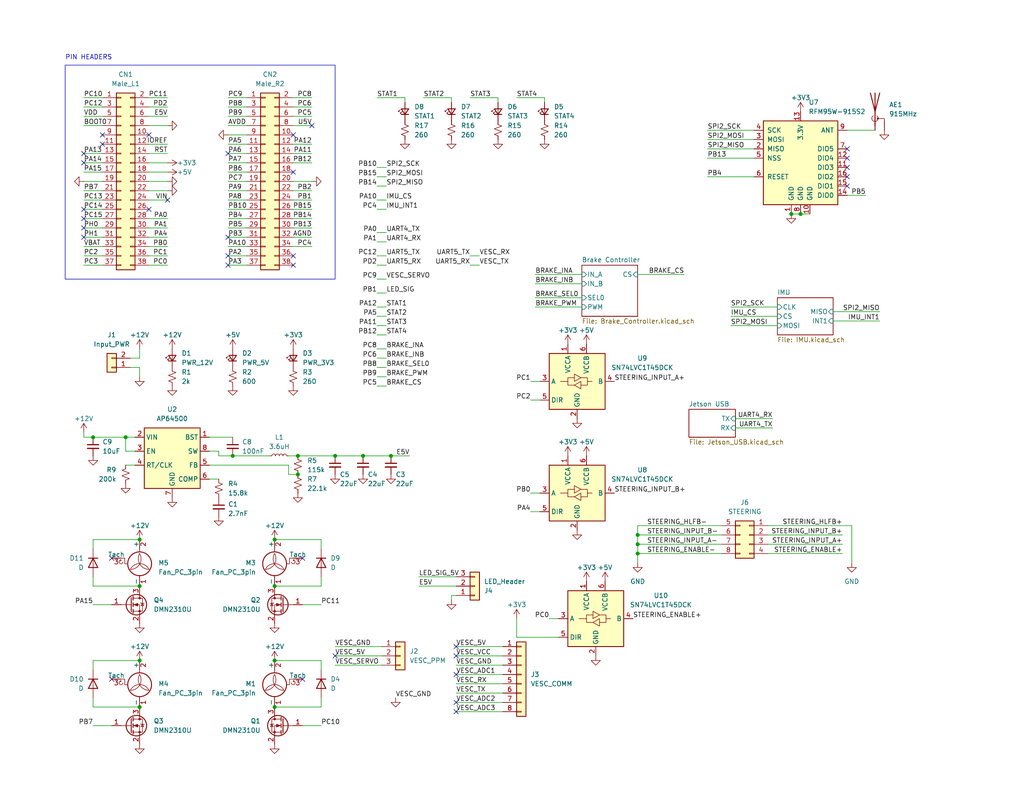
<source format=kicad_sch>
(kicad_sch (version 20231120) (generator "eeschema") (generator_version "8.0")
  (paper "USLetter")
  (title_block (title "AMP PCBv3") (date "2024-02-08") (rev "A") (company "Autonomous Motorsports Purdue"))
  (junction (at 38.1 193.04))
  (junction (at 25.4 119.38))
  (junction (at 74.93 147.32))
  (junction (at 218.44 58.42))
  (junction (at 215.9 58.42))
  (junction (at 63.5 124.46))
  (junction (at 38.1 147.32))
  (junction (at 74.93 160.02))
  (junction (at 106.68 124.46))
  (junction (at 38.1 180.34))
  (junction (at 173.99 148.59))
  (junction (at 34.29 119.38))
  (junction (at 99.06 124.46))
  (junction (at 173.99 146.05))
  (junction (at 173.99 151.13))
  (junction (at 81.28 129.54))
  (junction (at 38.1 160.02))
  (junction (at 81.28 124.46))
  (junction (at 74.93 193.04))
  (junction (at 91.44 124.46))
  (junction (at 74.93 180.34))
  (no_connect (at 27.94 36.83))
  (no_connect (at 231.14 48.26))
  (no_connect (at 80.01 69.85))
  (no_connect (at 231.14 40.64))
  (no_connect (at 22.86 44.45))
  (no_connect (at 22.86 41.91))
  (no_connect (at 82.55 185.42))
  (no_connect (at 124.46 179.07))
  (no_connect (at 22.86 57.15))
  (no_connect (at 62.23 41.91))
  (no_connect (at 91.44 179.07))
  (no_connect (at 27.94 39.37))
  (no_connect (at 22.86 62.23))
  (no_connect (at 231.14 50.8))
  (no_connect (at 62.23 69.85))
  (no_connect (at 124.46 191.77))
  (no_connect (at 85.09 34.29))
  (no_connect (at 62.23 64.77))
  (no_connect (at 124.46 184.15))
  (no_connect (at 62.23 72.39))
  (no_connect (at 22.86 59.69))
  (no_connect (at 124.46 176.53))
  (no_connect (at 45.72 54.61))
  (no_connect (at 231.14 43.18))
  (no_connect (at 22.86 64.77))
  (no_connect (at 40.64 36.83))
  (no_connect (at 30.48 152.4))
  (no_connect (at 80.01 36.83))
  (no_connect (at 80.01 72.39))
  (no_connect (at 231.14 45.72))
  (no_connect (at 40.64 57.15))
  (no_connect (at 30.48 185.42))
  (no_connect (at 82.55 152.4))
  (no_connect (at 124.46 194.31))
  (no_connect (at 80.01 46.99))
  (wire (pts (xy 173.99 148.59) (xy 173.99 146.05)))
  (wire (pts (xy 173.99 146.05) (xy 173.99 143.51)))
  (wire (pts (xy 40.64 69.85) (xy 45.72 69.85)))
  (wire (pts (xy 63.5 124.46) (xy 73.66 124.46)))
  (wire (pts (xy 102.87 50.8) (xy 105.41 50.8)))
  (wire (pts (xy 40.64 29.21) (xy 45.72 29.21)))
  (wire (pts (xy 80.01 31.75) (xy 85.09 31.75)))
  (wire (pts (xy 87.63 165.1) (xy 82.55 165.1)))
  (wire (pts (xy 148.59 26.67) (xy 148.59 27.94)))
  (wire (pts (xy 40.64 59.69) (xy 45.72 59.69)))
  (wire (pts (xy 102.87 80.01) (xy 105.41 80.01)))
  (wire (pts (xy 62.23 34.29) (xy 67.31 34.29)))
  (wire (pts (xy 22.86 29.21) (xy 27.94 29.21)))
  (wire (pts (xy 87.63 190.5) (xy 87.63 193.04)))
  (wire (pts (xy 22.86 54.61) (xy 27.94 54.61)))
  (wire (pts (xy 128.27 26.67) (xy 135.89 26.67)))
  (wire (pts (xy 62.23 46.99) (xy 67.31 46.99)))
  (wire (pts (xy 102.87 26.67) (xy 110.49 26.67)))
  (wire (pts (xy 40.64 52.07) (xy 45.72 52.07)))
  (wire (pts (xy 62.23 62.23) (xy 67.31 62.23)))
  (wire (pts (xy 102.87 72.39) (xy 105.41 72.39)))
  (wire (pts (xy 144.78 134.62) (xy 147.32 134.62)))
  (wire (pts (xy 102.87 69.85) (xy 105.41 69.85)))
  (wire (pts (xy 40.64 62.23) (xy 45.72 62.23)))
  (wire (pts (xy 193.04 35.56) (xy 205.74 35.56)))
  (wire (pts (xy 57.15 119.38) (xy 63.5 119.38)))
  (wire (pts (xy 91.44 176.53) (xy 104.14 176.53)))
  (wire (pts (xy 38.1 193.04) (xy 25.4 193.04)))
  (wire (pts (xy 144.78 139.7) (xy 147.32 139.7)))
  (wire (pts (xy 78.74 124.46) (xy 81.28 124.46)))
  (wire (pts (xy 91.44 179.07) (xy 104.14 179.07)))
  (wire (pts (xy 146.05 77.47) (xy 158.75 77.47)))
  (wire (pts (xy 59.69 124.46) (xy 63.5 124.46)))
  (wire (pts (xy 91.44 181.61) (xy 104.14 181.61)))
  (wire (pts (xy 22.86 62.23) (xy 27.94 62.23)))
  (wire (pts (xy 135.89 26.67) (xy 135.89 27.94)))
  (wire (pts (xy 62.23 64.77) (xy 67.31 64.77)))
  (wire (pts (xy 62.23 29.21) (xy 67.31 29.21)))
  (wire (pts (xy 25.4 119.38) (xy 34.29 119.38)))
  (wire (pts (xy 34.29 123.19) (xy 34.29 119.38)))
  (wire (pts (xy 38.1 180.34) (xy 25.4 180.34)))
  (wire (pts (xy 200.66 116.84) (xy 210.82 116.84)))
  (wire (pts (xy 34.29 119.38) (xy 36.83 119.38)))
  (wire (pts (xy 102.87 105.41) (xy 105.41 105.41)))
  (wire (pts (xy 115.57 26.67) (xy 123.19 26.67)))
  (wire (pts (xy 173.99 151.13) (xy 196.85 151.13)))
  (wire (pts (xy 102.87 91.44) (xy 105.41 91.44)))
  (wire (pts (xy 22.86 64.77) (xy 27.94 64.77)))
  (wire (pts (xy 124.46 184.15) (xy 137.16 184.15)))
  (wire (pts (xy 80.01 59.69) (xy 85.09 59.69)))
  (wire (pts (xy 40.64 72.39) (xy 45.72 72.39)))
  (wire (pts (xy 114.3 160.02) (xy 124.46 160.02)))
  (wire (pts (xy 80.01 52.07) (xy 85.09 52.07)))
  (wire (pts (xy 78.74 129.54) (xy 81.28 129.54)))
  (wire (pts (xy 22.86 59.69) (xy 27.94 59.69)))
  (wire (pts (xy 102.87 95.25) (xy 105.41 95.25)))
  (wire (pts (xy 74.93 180.34) (xy 87.63 180.34)))
  (wire (pts (xy 62.23 44.45) (xy 67.31 44.45)))
  (wire (pts (xy 22.86 119.38) (xy 25.4 119.38)))
  (wire (pts (xy 59.69 123.19) (xy 59.69 124.46)))
  (wire (pts (xy 62.23 69.85) (xy 67.31 69.85)))
  (wire (pts (xy 40.64 39.37) (xy 45.72 39.37)))
  (wire (pts (xy 38.1 160.02) (xy 25.4 160.02)))
  (wire (pts (xy 62.23 59.69) (xy 67.31 59.69)))
  (wire (pts (xy 74.93 160.02) (xy 87.63 160.02)))
  (wire (pts (xy 25.4 180.34) (xy 25.4 182.88)))
  (wire (pts (xy 152.4 173.99) (xy 140.97 173.99)))
  (wire (pts (xy 232.41 153.67) (xy 232.41 143.51)))
  (wire (pts (xy 200.66 114.3) (xy 210.82 114.3)))
  (wire (pts (xy 40.64 26.67) (xy 45.72 26.67)))
  (wire (pts (xy 144.78 109.22) (xy 147.32 109.22)))
  (wire (pts (xy 193.04 48.26) (xy 205.74 48.26)))
  (wire (pts (xy 40.64 41.91) (xy 45.72 41.91)))
  (wire (pts (xy 173.99 148.59) (xy 196.85 148.59)))
  (wire (pts (xy 62.23 52.07) (xy 67.31 52.07)))
  (wire (pts (xy 80.01 62.23) (xy 85.09 62.23)))
  (wire (pts (xy 38.1 147.32) (xy 25.4 147.32)))
  (wire (pts (xy 91.44 124.46) (xy 99.06 124.46)))
  (wire (pts (xy 80.01 29.21) (xy 85.09 29.21)))
  (wire (pts (xy 40.64 46.99) (xy 45.72 46.99)))
  (wire (pts (xy 102.87 45.72) (xy 105.41 45.72)))
  (wire (pts (xy 25.4 157.48) (xy 25.4 160.02)))
  (wire (pts (xy 106.68 124.46) (xy 111.76 124.46)))
  (wire (pts (xy 209.55 143.51) (xy 232.41 143.51)))
  (wire (pts (xy 173.99 146.05) (xy 196.85 146.05)))
  (wire (pts (xy 102.87 63.5) (xy 105.41 63.5)))
  (wire (pts (xy 87.63 157.48) (xy 87.63 160.02)))
  (wire (pts (xy 62.23 39.37) (xy 67.31 39.37)))
  (wire (pts (xy 173.99 74.93) (xy 186.69 74.93)))
  (wire (pts (xy 87.63 198.12) (xy 82.55 198.12)))
  (wire (pts (xy 146.05 83.82) (xy 158.75 83.82)))
  (wire (pts (xy 102.87 76.2) (xy 105.41 76.2)))
  (wire (pts (xy 102.87 66.04) (xy 105.41 66.04)))
  (wire (pts (xy 80.01 41.91) (xy 85.09 41.91)))
  (wire (pts (xy 173.99 151.13) (xy 173.99 148.59)))
  (wire (pts (xy 124.46 194.31) (xy 137.16 194.31)))
  (wire (pts (xy 40.64 64.77) (xy 45.72 64.77)))
  (wire (pts (xy 40.64 34.29) (xy 45.72 34.29)))
  (wire (pts (xy 40.64 49.53) (xy 45.72 49.53)))
  (wire (pts (xy 40.64 44.45) (xy 45.72 44.45)))
  (wire (pts (xy 124.46 179.07) (xy 137.16 179.07)))
  (wire (pts (xy 124.46 181.61) (xy 137.16 181.61)))
  (wire (pts (xy 102.87 86.36) (xy 105.41 86.36)))
  (wire (pts (xy 62.23 54.61) (xy 67.31 54.61)))
  (wire (pts (xy 80.01 34.29) (xy 85.09 34.29)))
  (wire (pts (xy 231.14 53.34) (xy 236.22 53.34)))
  (wire (pts (xy 38.1 95.25) (xy 38.1 97.79)))
  (wire (pts (xy 102.87 97.79) (xy 105.41 97.79)))
  (wire (pts (xy 62.23 49.53) (xy 67.31 49.53)))
  (wire (pts (xy 87.63 180.34) (xy 87.63 182.88)))
  (wire (pts (xy 149.86 168.91) (xy 152.4 168.91)))
  (wire (pts (xy 40.64 31.75) (xy 45.72 31.75)))
  (wire (pts (xy 110.49 26.67) (xy 110.49 27.94)))
  (wire (pts (xy 22.86 41.91) (xy 27.94 41.91)))
  (wire (pts (xy 22.86 49.53) (xy 27.94 49.53)))
  (wire (pts (xy 102.87 88.9) (xy 105.41 88.9)))
  (wire (pts (xy 227.33 87.63) (xy 240.03 87.63)))
  (wire (pts (xy 38.1 97.79) (xy 35.56 97.79)))
  (wire (pts (xy 173.99 153.67) (xy 173.99 151.13)))
  (wire (pts (xy 114.3 157.48) (xy 124.46 157.48)))
  (wire (pts (xy 102.87 54.61) (xy 105.41 54.61)))
  (wire (pts (xy 25.4 198.12) (xy 30.48 198.12)))
  (wire (pts (xy 22.86 26.67) (xy 27.94 26.67)))
  (wire (pts (xy 80.01 49.53) (xy 85.09 49.53)))
  (wire (pts (xy 22.86 67.31) (xy 27.94 67.31)))
  (wire (pts (xy 81.28 124.46) (xy 91.44 124.46)))
  (wire (pts (xy 193.04 43.18) (xy 205.74 43.18)))
  (wire (pts (xy 22.86 57.15) (xy 27.94 57.15)))
  (wire (pts (xy 74.93 147.32) (xy 87.63 147.32)))
  (wire (pts (xy 80.01 39.37) (xy 85.09 39.37)))
  (wire (pts (xy 62.23 72.39) (xy 67.31 72.39)))
  (wire (pts (xy 22.86 52.07) (xy 27.94 52.07)))
  (wire (pts (xy 128.27 219.71) (xy 128.27 222.25)))
  (wire (pts (xy 62.23 36.83) (xy 67.31 36.83)))
  (wire (pts (xy 62.23 57.15) (xy 67.31 57.15)))
  (wire (pts (xy 62.23 67.31) (xy 67.31 67.31)))
  (wire (pts (xy 38.1 100.33) (xy 35.56 100.33)))
  (wire (pts (xy 80.01 67.31) (xy 85.09 67.31)))
  (wire (pts (xy 36.83 123.19) (xy 34.29 123.19)))
  (wire (pts (xy 22.86 34.29) (xy 27.94 34.29)))
  (wire (pts (xy 22.86 118.11) (xy 22.86 119.38)))
  (wire (pts (xy 22.86 72.39) (xy 27.94 72.39)))
  (wire (pts (xy 124.46 186.69) (xy 137.16 186.69)))
  (wire (pts (xy 209.55 151.13) (xy 229.87 151.13)))
  (wire (pts (xy 57.15 127) (xy 78.74 127)))
  (wire (pts (xy 22.86 44.45) (xy 27.94 44.45)))
  (wire (pts (xy 193.04 38.1) (xy 205.74 38.1)))
  (wire (pts (xy 123.19 163.83) (xy 123.19 162.56)))
  (wire (pts (xy 38.1 100.33) (xy 38.1 102.87)))
  (wire (pts (xy 231.14 35.56) (xy 238.76 35.56)))
  (wire (pts (xy 104.14 237.49) (xy 104.14 232.41)))
  (wire (pts (xy 80.01 57.15) (xy 85.09 57.15)))
  (wire (pts (xy 102.87 100.33) (xy 105.41 100.33)))
  (wire (pts (xy 124.46 191.77) (xy 137.16 191.77)))
  (wire (pts (xy 173.99 143.51) (xy 196.85 143.51)))
  (wire (pts (xy 227.33 85.09) (xy 240.03 85.09)))
  (wire (pts (xy 124.46 176.53) (xy 137.16 176.53)))
  (wire (pts (xy 78.74 127) (xy 78.74 129.54)))
  (wire (pts (xy 80.01 26.67) (xy 85.09 26.67)))
  (wire (pts (xy 62.23 41.91) (xy 67.31 41.91)))
  (wire (pts (xy 80.01 54.61) (xy 85.09 54.61)))
  (wire (pts (xy 209.55 146.05) (xy 229.87 146.05)))
  (wire (pts (xy 87.63 147.32) (xy 87.63 149.86)))
  (wire (pts (xy 115.57 237.49) (xy 104.14 237.49)))
  (wire (pts (xy 80.01 64.77) (xy 85.09 64.77)))
  (wire (pts (xy 218.44 58.42) (xy 220.98 58.42)))
  (wire (pts (xy 22.86 31.75) (xy 27.94 31.75)))
  (wire (pts (xy 62.23 31.75) (xy 67.31 31.75)))
  (wire (pts (xy 144.78 104.14) (xy 147.32 104.14)))
  (wire (pts (xy 199.39 86.36) (xy 212.09 86.36)))
  (wire (pts (xy 102.87 57.15) (xy 105.41 57.15)))
  (wire (pts (xy 140.97 26.67) (xy 148.59 26.67)))
  (wire (pts (xy 128.27 69.85) (xy 130.81 69.85)))
  (wire (pts (xy 199.39 83.82) (xy 212.09 83.82)))
  (wire (pts (xy 209.55 148.59) (xy 229.87 148.59)))
  (wire (pts (xy 74.93 193.04) (xy 87.63 193.04)))
  (wire (pts (xy 123.19 162.56) (xy 124.46 162.56)))
  (wire (pts (xy 123.19 26.67) (xy 123.19 27.94)))
  (wire (pts (xy 146.05 74.93) (xy 158.75 74.93)))
  (wire (pts (xy 25.4 165.1) (xy 30.48 165.1)))
  (wire (pts (xy 193.04 40.64) (xy 205.74 40.64)))
  (wire (pts (xy 22.86 69.85) (xy 27.94 69.85)))
  (wire (pts (xy 22.86 46.99) (xy 27.94 46.99)))
  (wire (pts (xy 40.64 67.31) (xy 45.72 67.31)))
  (wire (pts (xy 34.29 127) (xy 36.83 127)))
  (wire (pts (xy 102.87 83.82) (xy 105.41 83.82)))
  (wire (pts (xy 124.46 189.23) (xy 137.16 189.23)))
  (wire (pts (xy 102.87 102.87) (xy 105.41 102.87)))
  (wire (pts (xy 80.01 44.45) (xy 85.09 44.45)))
  (wire (pts (xy 62.23 26.67) (xy 67.31 26.67)))
  (wire (pts (xy 25.4 147.32) (xy 25.4 149.86)))
  (wire (pts (xy 25.4 190.5) (xy 25.4 193.04)))
  (wire (pts (xy 40.64 54.61) (xy 45.72 54.61)))
  (wire (pts (xy 57.15 123.19) (xy 59.69 123.19)))
  (wire (pts (xy 102.87 48.26) (xy 105.41 48.26)))
  (wire (pts (xy 199.39 88.9) (xy 212.09 88.9)))
  (wire (pts (xy 99.06 124.46) (xy 106.68 124.46)))
  (wire (pts (xy 113.03 232.41) (xy 115.57 232.41)))
  (wire (pts (xy 146.05 81.28) (xy 158.75 81.28)))
  (wire (pts (xy 57.15 130.81) (xy 59.69 130.81)))
  (wire (pts (xy 140.97 173.99) (xy 140.97 168.91)))
  (wire (pts (xy 215.9 58.42) (xy 218.44 58.42)))
  (wire (pts (xy 128.27 72.39) (xy 130.81 72.39)))
  (rectangle (start 17.78 17.78) (end 91.44 76.2))
  (text "PIN HEADERS" (at 17.78 16.51 0) (effects (font (size 1.27 1.27)) (justify left bottom)))
  (label "PB9" (at 62.23 31.75 0))
  (label "PA0" (at 102.87 63.5 180))
  (label "STAT3" (at 128.27 26.67 0))
  (label "PC5" (at 85.09 31.75 180))
  (label "BRAKE_INB" (at 146.05 77.47 0))
  (label "LED_SIG" (at 105.41 80.01 0))
  (label "BRAKE_CS" (at 186.69 74.93 180))
  (label "AVDD" (at 62.23 34.29 0))
  (label "PC9" (at 62.23 26.67 0))
  (label "STEERING_INPUT_B-" (at 176.53 146.05 0))
  (label "PH1" (at 22.86 64.77 0))
  (label "PB14" (at 102.87 50.8 180))
  (label "RST" (at 45.72 41.91 180))
  (label "STEERING_INPUT_A+" (at 229.87 148.59 180))
  (label "PB0" (at 144.78 134.62 180))
  (label "BRAKE_SEL0" (at 146.05 81.28 0))
  (label "PA7" (at 62.23 44.45 0))
  (label "VESC_GND" (at 107.95 190.5 0))
  (label "BRAKE_INB" (at 105.41 97.79 0))
  (label "U5V" (at 85.09 34.29 180))
  (label "IMU_CS" (at 105.41 54.61 0))
  (label "PB4" (at 193.04 48.26 0))
  (label "VESC_ADC2" (at 124.46 191.77 0))
  (label "VESC_TX" (at 130.81 72.39 0))
  (label "PB9" (at 102.87 102.87 180))
  (label "PA14" (at 22.86 44.45 0))
  (label "BOOT0" (at 22.86 34.29 0))
  (label "PB13" (at 193.04 43.18 0))
  (label "SPI2_SCK" (at 193.04 35.56 0))
  (label "PC4" (at 102.87 57.15 180))
  (label "PC15" (at 22.86 59.69 0))
  (label "PC10" (at 87.63 198.12 0))
  (label "PB13" (at 85.09 62.23 180))
  (label "BRAKE_SEL0" (at 105.41 100.33 0))
  (label "E5V" (at 114.3 160.02 0))
  (label "UART4_TX" (at 210.82 116.84 180))
  (label "PA5" (at 62.23 39.37 0))
  (label "PA15" (at 25.4 165.1 180))
  (label "E5V" (at 111.76 124.46 180))
  (label "PC5" (at 102.87 105.41 180))
  (label "PA13" (at 22.86 41.91 0))
  (label "PA11" (at 85.09 41.91 180))
  (label "STEERING_ENABLE+" (at 172.72 168.91 0))
  (label "UART5_TX" (at 105.41 69.85 0))
  (label "BRAKE_CS" (at 105.41 105.41 0))
  (label "STAT3" (at 105.41 88.9 0))
  (label "PB10" (at 102.87 45.72 180))
  (label "PB0" (at 45.72 67.31 180))
  (label "PB5" (at 62.23 62.23 0))
  (label "PA1" (at 45.72 62.23 180))
  (label "STEERING_ENABLE-" (at 176.53 151.13 0))
  (label "PA0" (at 45.72 59.69 180))
  (label "STAT4" (at 140.97 26.67 0))
  (label "STAT1" (at 105.41 83.82 0))
  (label "STAT2" (at 115.57 26.67 0))
  (label "PC2" (at 22.86 69.85 0))
  (label "PC7" (at 62.23 49.53 0))
  (label "PB7" (at 25.4 198.12 180))
  (label "PB12" (at 102.87 91.44 180))
  (label "PA4" (at 45.72 64.77 180))
  (label "PB14" (at 85.09 59.69 180))
  (label "PB15" (at 85.09 57.15 180))
  (label "UART5_TX" (at 128.27 69.85 180))
  (label "PC13" (at 22.86 54.61 0))
  (label "SPI2_MISO" (at 240.03 85.09 180))
  (label "IMU_INT1" (at 240.03 87.63 180))
  (label "STEERING_INPUT_A+" (at 167.64 104.14 0))
  (label "PB8" (at 62.23 29.21 0))
  (label "PC1" (at 144.78 104.14 180))
  (label "PA10" (at 102.87 54.61 180))
  (label "PA11" (at 102.87 88.9 180))
  (label "STAT1" (at 102.87 26.67 0))
  (label "UART5_RX" (at 105.41 72.39 0))
  (label "PA12" (at 85.09 39.37 180))
  (label "AGND" (at 85.09 64.77 180))
  (label "STEERING_INPUT_B+" (at 229.87 146.05 180))
  (label "VESC_ADC3" (at 124.46 194.31 0))
  (label "PC8" (at 85.09 26.67 180))
  (label "STEERING_HLFB-" (at 176.53 143.51 0))
  (label "PC12" (at 102.87 69.85 180))
  (label "UART4_RX" (at 105.41 66.04 0))
  (label "VESC_SERVO" (at 91.44 181.61 0))
  (label "IOREF" (at 45.72 39.37 180))
  (label "LED_SIG" (at 113.03 232.41 180))
  (label "PA9" (at 62.23 52.07 0))
  (label "PA5" (at 102.87 86.36 180))
  (label "BRAKE_PWM" (at 105.41 102.87 0))
  (label "SPI2_SCK" (at 199.39 83.82 0))
  (label "VESC_5V" (at 124.46 176.53 0))
  (label "PA4" (at 144.78 139.7 180))
  (label "PB4" (at 62.23 59.69 0))
  (label "PC0" (at 45.72 72.39 180))
  (label "VESC_TX" (at 124.46 189.23 0))
  (label "VIN" (at 45.72 54.61 180))
  (label "PA10" (at 62.23 67.31 0))
  (label "PC2" (at 144.78 109.22 180))
  (label "PD2" (at 102.87 72.39 180))
  (label "STEERING_ENABLE+" (at 229.87 151.13 180))
  (label "PB6" (at 62.23 46.99 0))
  (label "VESC_5V" (at 91.44 179.07 0))
  (label "PB1" (at 85.09 54.61 180))
  (label "VDD" (at 22.86 31.75 0))
  (label "PC11" (at 87.63 165.1 0))
  (label "UART4_RX" (at 210.82 114.3 180))
  (label "PC12" (at 22.86 29.21 0))
  (label "BRAKE_PWM" (at 146.05 83.82 0))
  (label "PB3" (at 62.23 64.77 0))
  (label "LED_SIG_5V" (at 135.89 232.41 0))
  (label "SPI2_SCK" (at 105.41 45.72 0))
  (label "STAT4" (at 105.41 91.44 0))
  (label "LED_SIG_5V" (at 114.3 157.48 0))
  (label "VESC_RX" (at 130.81 69.85 0))
  (label "PB1" (at 102.87 80.01 180))
  (label "PC14" (at 22.86 57.15 0))
  (label "PC8" (at 102.87 95.25 180))
  (label "VESC_GND" (at 124.46 181.61 0))
  (label "PA3" (at 62.23 72.39 0))
  (label "PC3" (at 22.86 72.39 0))
  (label "VESC_RX" (at 124.46 186.69 0))
  (label "PC4" (at 85.09 67.31 180))
  (label "VESC_VCC" (at 124.46 179.07 0))
  (label "PA8" (at 62.23 54.61 0))
  (label "PB15" (at 102.87 48.26 180))
  (label "STEERING_HLFB+" (at 229.87 143.51 180))
  (label "UART4_TX" (at 105.41 63.5 0))
  (label "PB10" (at 62.23 57.15 0))
  (label "E5V" (at 128.27 219.71 0))
  (label "PC9" (at 102.87 76.2 180))
  (label "PA1" (at 102.87 66.04 180))
  (label "IMU_INT1" (at 105.41 57.15 0))
  (label "VBAT" (at 22.86 67.31 0))
  (label "PC6" (at 102.87 97.79 180))
  (label "PA6" (at 62.23 41.91 0))
  (label "PA2" (at 62.23 69.85 0))
  (label "VESC_SERVO" (at 105.41 76.2 0))
  (label "SPI2_MISO" (at 193.04 40.64 0))
  (label "PB7" (at 22.86 52.07 0))
  (label "SPI2_MOSI" (at 193.04 38.1 0))
  (label "BRAKE_INA" (at 146.05 74.93 0))
  (label "PC0" (at 149.86 168.91 180))
  (label "PA12" (at 102.87 83.82 180))
  (label "PB8" (at 102.87 100.33 180))
  (label "PD2" (at 45.72 29.21 180))
  (label "SPI2_MOSI" (at 105.41 48.26 0))
  (label "VESC_GND" (at 91.44 176.53 0))
  (label "PC11" (at 45.72 26.67 180))
  (label "STEERING_INPUT_A-" (at 176.53 148.59 0))
  (label "PH0" (at 22.86 62.23 0))
  (label "SPI2_MOSI" (at 199.39 88.9 0))
  (label "UART5_RX" (at 128.27 72.39 180))
  (label "VESC_ADC1" (at 124.46 184.15 0))
  (label "IMU_CS" (at 199.39 86.36 0))
  (label "PB12" (at 85.09 44.45 180))
  (label "PB2" (at 85.09 52.07 180))
  (label "PC6" (at 85.09 29.21 180))
  (label "E5V" (at 45.72 31.75 180))
  (label "STEERING_INPUT_B+" (at 167.64 134.62 0))
  (label "PB5" (at 236.22 53.34 180))
  (label "SPI2_MISO" (at 105.41 50.8 0))
  (label "PA15" (at 22.86 46.99 0))
  (label "PC1" (at 45.72 69.85 180))
  (label "STAT2" (at 105.41 86.36 0))
  (label "PC10" (at 22.86 26.67 0))
  (label "BRAKE_INA" (at 105.41 95.25 0))
  (symbol (lib_id "Logic_LevelTranslator:SN74LVC1T45DCK") (at 157.48 134.62 0) (unit 1)
    (property "Reference" "U8" (at 175.26 128.3014 0))
    (property "Value" "SN74LVC1T45DCK" (at 175.26 130.8414 0))
    (property "Footprint" "Package_TO_SOT_SMD:SOT-363_SC-70-6" (effects (hide yes)))
    (property "Datasheet" "http://www.ti.com/lit/ds/symlink/sn74lvc1t45.pdf" (effects (hide yes)))
    (property "Description" "Single-Bit Dual-Supply Bus Transceiver With Configurable Voltage Translation and 3-State Outputs, SOT-363" (effects (hide yes)))
  )
  (symbol (lib_id "Device:C_Small") (at 106.68 127 0) (unit 1)
    (property "Reference" "C3" (at 107.95 129.54 0) (effects (justify left)))
    (property "Value" "22uF" (at 107.95 132.08 0) (effects (justify left)))
    (property "Footprint" "Capacitor_SMD:C_0805_2012Metric_Pad1.18x1.45mm_HandSolder" (effects (hide yes)))
  )
  (symbol (lib_id "Device:R_Small_US") (at 46.99 102.87 0) (unit 1)
    (property "Reference" "R1" (at 49.53 101.6 0) (effects (justify left)))
    (property "Value" "2k" (at 49.53 104.14 0) (effects (justify left)))
    (property "Footprint" "Resistor_SMD:R_0805_2012Metric_Pad1.20x1.40mm_HandSolder" (effects (hide yes)))
  )
  (symbol (lib_id "power:+5V") (at 165.1 158.75 0) (unit 1)
    (property "Reference" "#PWR087" (effects (hide yes)))
    (property "Value" "+5V" (at 165.1 154.94 0))
  )
  (symbol (lib_id "Device:R_Small_US") (at 80.01 102.87 0) (unit 1)
    (property "Reference" "R3" (at 82.55 101.6 0) (effects (justify left)))
    (property "Value" "260" (at 82.55 104.14 0) (effects (justify left)))
    (property "Footprint" "Resistor_SMD:R_0805_2012Metric_Pad1.20x1.40mm_HandSolder" (effects (hide yes)))
  )
  (symbol (lib_id "power:GND") (at 110.49 38.1 0) (unit 1)
    (property "Reference" "#PWR030" (effects (hide yes)))
    (property "Value" "GND" (effects (hide yes)))
  )
  (symbol (lib_id "RF_Module:RFM95W-915S2") (at 218.44 43.18 0) (unit 1)
    (property "Reference" "U7" (at 220.6341 27.94 0) (effects (justify left)))
    (property "Value" "RFM95W-915S2" (at 220.6341 30.48 0) (effects (justify left)))
    (property "Footprint" "RF_Module:HOPERF_RFM9XW_SMD" (effects (hide yes)))
    (property "Datasheet" "https://www.hoperf.com/data/upload/portal/20181127/5bfcbea20e9ef.pdf" (effects (hide yes)))
  )
  (symbol (lib_id "Device:R_Small_US") (at 63.5 102.87 0) (unit 1)
    (property "Reference" "R2" (at 66.04 101.6 0) (effects (justify left)))
    (property "Value" "600" (at 66.04 104.14 0) (effects (justify left)))
    (property "Footprint" "Resistor_SMD:R_0805_2012Metric_Pad1.20x1.40mm_HandSolder" (effects (hide yes)))
  )
  (symbol (lib_id "power:+5V") (at 160.02 124.46 0) (unit 1)
    (property "Reference" "#PWR084" (effects (hide yes)))
    (property "Value" "+5V" (at 160.02 120.65 0))
  )
  (symbol (lib_id "power:GND") (at 99.06 129.54 0) (unit 1)
    (property "Reference" "#PWR025" (effects (hide yes)))
    (property "Value" "GND" (effects (hide yes)))
  )
  (symbol (lib_id "Device:Antenna_Shield") (at 238.76 30.48 0) (unit 1)
    (property "Reference" "AE1" (at 242.57 28.575 0) (effects (justify left)))
    (property "Value" "915MHz" (at 242.57 31.115 0) (effects (justify left)))
    (property "Footprint" "Connector_Coaxial:SMA_Amphenol_132291_Vertical" (effects (hide yes)))
  )
  (symbol (lib_id "AMP_Custom:Fan_PC_3pin") (at 74.93 185.42 0) (mirror y) (unit 1)
    (property "Reference" "M1" (at 69.85 186.69 0) (effects (justify left)))
    (property "Value" "Fan_PC_3pin" (at 69.85 189.23 0) (effects (justify left)))
    (property "Footprint" "Connector_Molex:Molex_KK-254_AE-6410-03A_1x03_P2.54mm_Vertical" (effects (hide yes)))
    (property "Datasheet" "https://landing.coolermaster.com/faq/3-pin-and-4-pin-fan-wire-diagrams/" (effects (hide yes)))
  )
  (symbol (lib_id "power:GND") (at 162.56 179.07 0) (unit 1)
    (property "Reference" "#PWR086" (effects (hide yes)))
    (property "Value" "GND" (effects (hide yes)))
  )
  (symbol (lib_id "Device:D") (at 25.4 153.67 270) (unit 1)
    (property "Reference" "D11" (at 22.86 152.4 90) (effects (justify right)))
    (property "Value" "D" (at 22.86 154.94 90) (effects (justify right)))
    (property "Footprint" "Diode_SMD:D_SOD-323F" (effects (hide yes)))
    (property "Sim.Device" "D" (effects (hide yes)))
    (property "Sim.Pins" "1=K 2=A" (effects (hide yes)))
  )
  (symbol (lib_id "power:GND") (at 157.48 114.3 0) (unit 1)
    (property "Reference" "#PWR081" (effects (hide yes)))
    (property "Value" "GND" (effects (hide yes)))
  )
  (symbol (lib_id "Device:R_Small_US") (at 59.69 133.35 180) (unit 1)
    (property "Reference" "R4" (at 62.23 132.0799 0) (effects (justify right)))
    (property "Value" "15.8k" (at 62.23 134.6199 0) (effects (justify right)))
    (property "Footprint" "Resistor_SMD:R_0805_2012Metric_Pad1.20x1.40mm_HandSolder" (effects (hide yes)))
    (property "Description" "Resistor, small US symbol" (effects (hide yes)))
  )
  (symbol (lib_id "power:GND") (at 148.59 38.1 0) (unit 1)
    (property "Reference" "#PWR034" (effects (hide yes)))
    (property "Value" "GND" (effects (hide yes)))
  )
  (symbol (lib_id "power:+5V") (at 45.72 46.99 270) (unit 1)
    (property "Reference" "#PWR04" (effects (hide yes)))
    (property "Value" "+5V" (at 48.26 46.99 90) (effects (justify left)))
  )
  (symbol (lib_id "power:GND") (at 81.28 134.62 0) (unit 1)
    (property "Reference" "#PWR022" (effects (hide yes)))
    (property "Value" "GND" (effects (hide yes)))
  )
  (symbol (lib_id "Device:LED_Small") (at 123.19 30.48 90) (unit 1)
    (property "Reference" "D7" (at 125.73 29.1465 90) (effects (justify right)))
    (property "Value" "STAT2" (at 125.73 31.6865 90) (effects (justify right)))
    (property "Footprint" "LED_SMD:LED_0805_2012Metric_Pad1.15x1.40mm_HandSolder" (effects (hide yes)))
  )
  (symbol (lib_id "power:GND") (at 123.19 163.83 0) (unit 1)
    (property "Reference" "#PWR035" (effects (hide yes)))
    (property "Value" "GND" (effects (hide yes)))
  )
  (symbol (lib_id "Connector_Generic:Conn_01x03") (at 129.54 160.02 0) (mirror x) (unit 1)
    (property "Reference" "J4" (at 132.08 161.29 0) (effects (justify left)))
    (property "Value" "LED_Header" (at 132.08 158.75 0) (effects (justify left)))
    (property "Footprint" "Connector_Molex:Molex_KK-254_AE-6410-03A_1x03_P2.54mm_Vertical" (effects (hide yes)))
  )
  (symbol (lib_id "Device:R_Small_US") (at 135.89 35.56 0) (unit 1)
    (property "Reference" "R15" (at 138.43 34.29 0) (effects (justify left)))
    (property "Value" "260" (at 138.43 36.83 0) (effects (justify left)))
    (property "Footprint" "Resistor_SMD:R_0805_2012Metric_Pad1.20x1.40mm_HandSolder" (effects (hide yes)))
  )
  (symbol (lib_id "power:GND") (at 38.1 203.2 0) (unit 1)
    (property "Reference" "#PWR073" (effects (hide yes)))
    (property "Value" "GND" (effects (hide yes)))
  )
  (symbol (lib_id "power:GND") (at 106.68 129.54 0) (unit 1)
    (property "Reference" "#PWR026" (effects (hide yes)))
    (property "Value" "GND" (effects (hide yes)))
  )
  (symbol (lib_id "Device:LED_Small") (at 80.01 97.79 90) (unit 1)
    (property "Reference" "D3" (at 82.55 96.4565 90) (effects (justify right)))
    (property "Value" "PWR_3V3" (at 82.55 98.9965 90) (effects (justify right)))
    (property "Footprint" "LED_SMD:LED_0805_2012Metric_Pad1.15x1.40mm_HandSolder" (effects (hide yes)))
  )
  (symbol (lib_id "power:+12V") (at 38.1 95.25 0) (unit 1)
    (property "Reference" "#PWR09" (effects (hide yes)))
    (property "Value" "+12V" (at 38.1 91.44 0))
  )
  (symbol (lib_id "power:GND") (at 123.19 38.1 0) (unit 1)
    (property "Reference" "#PWR031" (effects (hide yes)))
    (property "Value" "GND" (effects (hide yes)))
  )
  (symbol (lib_id "power:GND") (at 232.41 153.67 0) (unit 1)
    (property "Reference" "#PWR078" (effects (hide yes)))
    (property "Value" "GND" (at 232.41 158.75 0))
  )
  (symbol (lib_id "Device:R_Small_US") (at 34.29 129.54 0) (mirror x) (unit 1)
    (property "Reference" "R9" (at 31.75 128.2699 0) (effects (justify right)))
    (property "Value" "200k" (at 31.75 130.8099 0) (effects (justify right)))
    (property "Footprint" "Resistor_SMD:R_0805_2012Metric_Pad1.20x1.40mm_HandSolder" (effects (hide yes)))
    (property "Description" "Resistor, small US symbol" (effects (hide yes)))
  )
  (symbol (lib_id "power:GND") (at 173.99 153.67 0) (unit 1)
    (property "Reference" "#PWR077" (effects (hide yes)))
    (property "Value" "GND" (at 173.99 158.75 0))
  )
  (symbol (lib_id "Device:LED_Small") (at 148.59 30.48 90) (unit 1)
    (property "Reference" "D5" (at 151.13 29.1465 90) (effects (justify right)))
    (property "Value" "STAT4" (at 151.13 31.6865 90) (effects (justify right)))
    (property "Footprint" "LED_SMD:LED_0805_2012Metric_Pad1.15x1.40mm_HandSolder" (effects (hide yes)))
  )
  (symbol (lib_id "power:GND") (at 59.69 140.97 0) (unit 1)
    (property "Reference" "#PWR019" (effects (hide yes)))
    (property "Value" "GND" (effects (hide yes)))
  )
  (symbol (lib_id "Device:R_Small_US") (at 81.28 127 0) (unit 1)
    (property "Reference" "R5" (at 83.82 125.7299 0) (effects (justify left)))
    (property "Value" "115k" (at 83.82 128.2699 0) (effects (justify left)))
    (property "Footprint" "Resistor_SMD:R_0805_2012Metric_Pad1.20x1.40mm_HandSolder" (effects (hide yes)))
  )
  (symbol (lib_id "power:GND") (at 91.44 129.54 0) (unit 1)
    (property "Reference" "#PWR024" (effects (hide yes)))
    (property "Value" "GND" (effects (hide yes)))
  )
  (symbol (lib_id "power:GND") (at 107.95 190.5 0) (unit 1)
    (property "Reference" "#PWR054" (effects (hide yes)))
    (property "Value" "GND" (effects (hide yes)))
  )
  (symbol (lib_id "power:+12V") (at 38.1 147.32 0) (unit 1)
    (property "Reference" "#PWR065" (effects (hide yes)))
    (property "Value" "+12V" (at 38.1 143.51 0))
  )
  (symbol (lib_id "Device:C_Small") (at 25.4 121.92 0) (unit 1)
    (property "Reference" "C9" (at 27.94 120.65 0) (effects (justify left)))
    (property "Value" "10uF" (at 27.94 123.19 0) (effects (justify left)))
    (property "Footprint" "Capacitor_SMD:C_0805_2012Metric_Pad1.18x1.45mm_HandSolder" (effects (hide yes)))
  )
  (symbol (lib_id "Device:D") (at 25.4 186.69 90) (mirror x) (unit 1)
    (property "Reference" "D10" (at 22.86 185.42 90) (effects (justify left)))
    (property "Value" "D" (at 22.86 187.96 90) (effects (justify left)))
    (property "Footprint" "Diode_SMD:D_SOD-323F" (effects (hide yes)))
    (property "Sim.Device" "D" (effects (hide yes)))
    (property "Sim.Pins" "1=K 2=A" (effects (hide yes)))
  )
  (symbol (lib_id "power:+5V") (at 160.02 93.98 0) (unit 1)
    (property "Reference" "#PWR083" (effects (hide yes)))
    (property "Value" "+5V" (at 160.02 90.17 0))
  )
  (symbol (lib_id "Transistor_FET:DMN2230U") (at 35.56 165.1 0) (unit 1)
    (property "Reference" "Q4" (at 41.91 163.83 0) (effects (justify left)))
    (property "Value" "DMN2310U" (at 41.91 166.37 0) (effects (justify left)))
    (property "Footprint" "Package_TO_SOT_SMD:SOT-23" (effects (hide yes)))
    (property "Datasheet" "http://www.diodes.com/assets/Datasheets/ds31180.pdf" (effects (hide yes)))
  )
  (symbol (lib_id "power:GND") (at 34.29 132.08 0) (unit 1)
    (property "Reference" "#PWR018" (effects (hide yes)))
    (property "Value" "GND" (effects (hide yes)))
  )
  (symbol (lib_id "Connector_Generic:Conn_02x04_Top_Bottom") (at 204.47 146.05 0) (mirror y) (unit 1)
    (property "Reference" "J6" (at 203.2 137.16 0))
    (property "Value" "STEERING" (at 203.2 139.7 0))
    (property "Footprint" "Connector_Molex:Molex_Mini-Fit_Jr_5566-08A_2x04_P4.20mm_Vertical" (effects (hide yes)))
  )
  (symbol (lib_id "Logic_LevelTranslator:SN74LVC1T45DCK") (at 157.48 104.14 0) (unit 1)
    (property "Reference" "U9" (at 175.26 97.8214 0))
    (property "Value" "SN74LVC1T45DCK" (at 175.26 100.3614 0))
    (property "Footprint" "Package_TO_SOT_SMD:SOT-363_SC-70-6" (effects (hide yes)))
    (property "Datasheet" "http://www.ti.com/lit/ds/symlink/sn74lvc1t45.pdf" (effects (hide yes)))
    (property "Description" "Single-Bit Dual-Supply Bus Transceiver With Configurable Voltage Translation and 3-State Outputs, SOT-363" (effects (hide yes)))
  )
  (symbol (lib_id "power:GND") (at 62.23 36.83 270) (unit 1)
    (property "Reference" "#PWR07" (effects (hide yes)))
    (property "Value" "GND" (effects (hide yes)))
  )
  (symbol (lib_id "Device:LED_Small") (at 110.49 30.48 90) (unit 1)
    (property "Reference" "D8" (at 113.03 29.1465 90) (effects (justify right)))
    (property "Value" "STAT1" (at 113.03 31.6865 90) (effects (justify right)))
    (property "Footprint" "LED_SMD:LED_0805_2012Metric_Pad1.15x1.40mm_HandSolder" (effects (hide yes)))
  )
  (symbol (lib_id "power:+5V") (at 63.5 95.25 0) (unit 1)
    (property "Reference" "#PWR013" (effects (hide yes)))
    (property "Value" "+5V" (at 63.5 91.44 0))
  )
  (symbol (lib_id "power:+3V3") (at 218.44 30.48 0) (unit 1)
    (property "Reference" "#PWR029" (effects (hide yes)))
    (property "Value" "+3V3" (at 218.44 26.67 0))
  )
  (symbol (lib_id "Transistor_FET:DMN2230U") (at 77.47 198.12 0) (mirror y) (unit 1)
    (property "Reference" "Q1" (at 71.12 196.85 0) (effects (justify left)))
    (property "Value" "DMN2310U" (at 71.12 199.39 0) (effects (justify left)))
    (property "Footprint" "Package_TO_SOT_SMD:SOT-23" (effects (hide yes)))
    (property "Datasheet" "http://www.diodes.com/assets/Datasheets/ds31180.pdf" (effects (hide yes)))
  )
  (symbol (lib_id "power:GND") (at 25.4 124.46 0) (unit 1)
    (property "Reference" "#PWR017" (effects (hide yes)))
    (property "Value" "GND" (effects (hide yes)))
  )
  (symbol (lib_id "Device:C_Small") (at 91.44 127 0) (unit 1)
    (property "Reference" "C5" (at 92.71 129.54 0) (effects (justify left)))
    (property "Value" "22uF" (at 92.71 132.08 0) (effects (justify left)))
    (property "Footprint" "Capacitor_SMD:C_0805_2012Metric_Pad1.18x1.45mm_HandSolder" (effects (hide yes)))
  )
  (symbol (lib_id "power:GND") (at 80.01 105.41 0) (unit 1)
    (property "Reference" "#PWR016" (effects (hide yes)))
    (property "Value" "GND" (effects (hide yes)))
  )
  (symbol (lib_id "power:+3V3") (at 154.94 93.98 0) (unit 1)
    (property "Reference" "#PWR055" (effects (hide yes)))
    (property "Value" "+3V3" (at 154.94 90.17 0))
  )
  (symbol (lib_id "Connector_Generic:Conn_02x19_Odd_Even") (at 72.39 49.53 0) (unit 1)
    (property "Reference" "CN2" (at 73.66 20.32 0))
    (property "Value" "Male_R2" (at 73.66 22.86 0))
    (property "Footprint" "Connector_PinHeader_2.54mm:PinHeader_2x19_P2.54mm_Vertical" (effects (hide yes)))
  )
  (symbol (lib_id "power:+12V") (at 74.93 180.34 0) (mirror y) (unit 1)
    (property "Reference" "#PWR071" (effects (hide yes)))
    (property "Value" "+12V" (at 74.93 176.53 0))
  )
  (symbol (lib_id "power:GND") (at 241.3 35.56 0) (unit 1)
    (property "Reference" "#PWR064" (effects (hide yes)))
    (property "Value" "GND" (effects (hide yes)))
  )
  (symbol (lib_id "Device:L_Small") (at 76.2 124.46 90) (unit 1)
    (property "Reference" "L1" (at 76.2 119.38 90))
    (property "Value" "3.6uH" (at 76.2 121.92 90))
    (property "Footprint" "Inductor_SMD:L_Changjiang_FNR8040S" (effects (hide yes)))
  )
  (symbol (lib_id "Device:R_Small_US") (at 81.28 132.08 0) (unit 1)
    (property "Reference" "R7" (at 83.82 130.8099 0) (effects (justify left)))
    (property "Value" "22.1k" (at 83.82 133.3499 0) (effects (justify left)))
    (property "Footprint" "Resistor_SMD:R_0805_2012Metric_Pad1.20x1.40mm_HandSolder" (effects (hide yes)))
  )
  (symbol (lib_id "Device:R_Small_US") (at 148.59 35.56 0) (unit 1)
    (property "Reference" "R14" (at 151.13 34.29 0) (effects (justify left)))
    (property "Value" "260" (at 151.13 36.83 0) (effects (justify left)))
    (property "Footprint" "Resistor_SMD:R_0805_2012Metric_Pad1.20x1.40mm_HandSolder" (effects (hide yes)))
  )
  (symbol (lib_id "power:GND") (at 46.99 135.89 0) (unit 1)
    (property "Reference" "#PWR023" (effects (hide yes)))
    (property "Value" "GND" (effects (hide yes)))
  )
  (symbol (lib_id "power:+3V3") (at 104.14 232.41 0) (unit 1)
    (property "Reference" "#PWR043" (effects (hide yes)))
    (property "Value" "+3V3" (at 104.14 228.6 0))
  )
  (symbol (lib_id "power:GND") (at 63.5 105.41 0) (unit 1)
    (property "Reference" "#PWR014" (effects (hide yes)))
    (property "Value" "GND" (effects (hide yes)))
  )
  (symbol (lib_id "power:+3V3") (at 160.02 158.75 0) (unit 1)
    (property "Reference" "#PWR085" (effects (hide yes)))
    (property "Value" "+3V3" (at 160.02 154.94 0))
  )
  (symbol (lib_id "Logic_LevelTranslator:SN74LVC1T45DCK") (at 125.73 232.41 0) (unit 1)
    (property "Reference" "U11" (at 143.51 226.0914 0))
    (property "Value" "SN74LVC1T45DCK" (at 143.51 228.6314 0))
    (property "Footprint" "Package_TO_SOT_SMD:SOT-363_SC-70-6" (effects (hide yes)))
    (property "Datasheet" "http://www.ti.com/lit/ds/symlink/sn74lvc1t45.pdf" (effects (hide yes)))
    (property "Description" "Single-Bit Dual-Supply Bus Transceiver With Configurable Voltage Translation and 3-State Outputs, SOT-363" (effects (hide yes)))
  )
  (symbol (lib_id "power:GND") (at 74.93 170.18 0) (mirror y) (unit 1)
    (property "Reference" "#PWR074" (effects (hide yes)))
    (property "Value" "GND" (effects (hide yes)))
  )
  (symbol (lib_id "power:+3V3") (at 80.01 95.25 0) (unit 1)
    (property "Reference" "#PWR015" (effects (hide yes)))
    (property "Value" "+3V3" (at 80.01 91.44 0))
  )
  (symbol (lib_id "Device:R_Small_US") (at 110.49 35.56 0) (unit 1)
    (property "Reference" "R17" (at 113.03 34.29 0) (effects (justify left)))
    (property "Value" "260" (at 113.03 36.83 0) (effects (justify left)))
    (property "Footprint" "Resistor_SMD:R_0805_2012Metric_Pad1.20x1.40mm_HandSolder" (effects (hide yes)))
  )
  (symbol (lib_id "power:+3V3") (at 154.94 124.46 0) (unit 1)
    (property "Reference" "#PWR056" (effects (hide yes)))
    (property "Value" "+3V3" (at 154.94 120.65 0))
  )
  (symbol (lib_id "power:GND") (at 38.1 170.18 0) (unit 1)
    (property "Reference" "#PWR072" (effects (hide yes)))
    (property "Value" "GND" (effects (hide yes)))
  )
  (symbol (lib_id "power:GND") (at 157.48 144.78 0) (unit 1)
    (property "Reference" "#PWR082" (effects (hide yes)))
    (property "Value" "GND" (effects (hide yes)))
  )
  (symbol (lib_id "power:+12V") (at 22.86 118.11 0) (unit 1)
    (property "Reference" "#PWR020" (effects (hide yes)))
    (property "Value" "+12V" (at 22.86 114.3 0))
  )
  (symbol (lib_id "Device:C_Small") (at 99.06 127 0) (unit 1)
    (property "Reference" "C4" (at 100.33 129.54 0) (effects (justify left)))
    (property "Value" "22uF" (at 100.33 132.08 0) (effects (justify left)))
    (property "Footprint" "Capacitor_SMD:C_0805_2012Metric_Pad1.18x1.45mm_HandSolder" (effects (hide yes)))
  )
  (symbol (lib_id "power:GND") (at 45.72 34.29 90) (unit 1)
    (property "Reference" "#PWR01" (effects (hide yes)))
    (property "Value" "GND" (effects (hide yes)))
  )
  (symbol (lib_id "power:GND") (at 46.99 105.41 0) (unit 1)
    (property "Reference" "#PWR012" (effects (hide yes)))
    (property "Value" "GND" (effects (hide yes)))
  )
  (symbol (lib_id "power:GND") (at 22.86 49.53 270) (unit 1)
    (property "Reference" "#PWR02" (effects (hide yes)))
    (property "Value" "GND" (effects (hide yes)))
  )
  (symbol (lib_id "Device:LED_Small") (at 46.99 97.79 90) (unit 1)
    (property "Reference" "D1" (at 49.53 96.4565 90) (effects (justify right)))
    (property "Value" "PWR_12V" (at 49.53 98.9965 90) (effects (justify right)))
    (property "Footprint" "LED_SMD:LED_0805_2012Metric_Pad1.15x1.40mm_HandSolder" (effects (hide yes)))
  )
  (symbol (lib_id "Device:LED_Small") (at 135.89 30.48 90) (unit 1)
    (property "Reference" "D6" (at 138.43 29.1465 90) (effects (justify right)))
    (property "Value" "STAT3" (at 138.43 31.6865 90) (effects (justify right)))
    (property "Footprint" "LED_SMD:LED_0805_2012Metric_Pad1.15x1.40mm_HandSolder" (effects (hide yes)))
  )
  (symbol (lib_id "Device:D") (at 87.63 186.69 270) (unit 1)
    (property "Reference" "D4" (at 90.17 185.42 90) (effects (justify left)))
    (property "Value" "D" (at 90.17 187.96 90) (effects (justify left)))
    (property "Footprint" "Diode_SMD:D_SOD-323F" (effects (hide yes)))
    (property "Sim.Device" "D" (effects (hide yes)))
    (property "Sim.Pins" "1=K 2=A" (effects (hide yes)))
  )
  (symbol (lib_id "power:+12V") (at 38.1 180.34 0) (unit 1)
    (property "Reference" "#PWR069" (effects (hide yes)))
    (property "Value" "+12V" (at 38.1 176.53 0))
  )
  (symbol (lib_name "Fan_PC_3pin_2") (lib_id "AMP_Custom:Fan_PC_3pin") (at 74.93 152.4 0) (mirror y) (unit 1)
    (property "Reference" "M3" (at 69.85 153.67 0) (effects (justify left)))
    (property "Value" "Fan_PC_3pin" (at 69.85 156.21 0) (effects (justify left)))
    (property "Footprint" "Connector_Molex:Molex_KK-254_AE-6410-03A_1x03_P2.54mm_Vertical" (effects (hide yes)))
    (property "Datasheet" "https://landing.coolermaster.com/faq/3-pin-and-4-pin-fan-wire-diagrams/" (effects (hide yes)))
  )
  (symbol (lib_name "Fan_PC_3pin_3") (lib_id "AMP_Custom:Fan_PC_3pin") (at 38.1 185.42 0) (unit 1)
    (property "Reference" "M4" (at 43.18 186.69 0) (effects (justify left)))
    (property "Value" "Fan_PC_3pin" (at 43.18 189.23 0) (effects (justify left)))
    (property "Footprint" "Connector_Molex:Molex_KK-254_AE-6410-03A_1x03_P2.54mm_Vertical" (effects (hide yes)))
    (property "Datasheet" "https://landing.coolermaster.com/faq/3-pin-and-4-pin-fan-wire-diagrams/" (effects (hide yes)))
  )
  (symbol (lib_id "power:GND") (at 85.09 49.53 90) (unit 1)
    (property "Reference" "#PWR08" (effects (hide yes)))
    (property "Value" "GND" (effects (hide yes)))
  )
  (symbol (lib_id "Device:LED_Small") (at 63.5 97.79 90) (unit 1)
    (property "Reference" "D2" (at 66.04 96.4565 90) (effects (justify right)))
    (property "Value" "PWR_5V" (at 66.04 98.9965 90) (effects (justify right)))
    (property "Footprint" "LED_SMD:LED_0805_2012Metric_Pad1.15x1.40mm_HandSolder" (effects (hide yes)))
  )
  (symbol (lib_id "power:+12V") (at 46.99 95.25 0) (unit 1)
    (property "Reference" "#PWR011" (effects (hide yes)))
    (property "Value" "+12V" (at 46.99 91.44 0))
  )
  (symbol (lib_id "Connector_Generic:Conn_01x03") (at 109.22 179.07 0) (unit 1)
    (property "Reference" "J2" (at 111.76 177.8 0) (effects (justify left)))
    (property "Value" "VESC_PPM" (at 111.76 180.34 0) (effects (justify left)))
    (property "Footprint" "Connector_JST:JST_PH_B3B-PH-K_1x03_P2.00mm_Vertical" (effects (hide yes)))
  )
  (symbol (lib_id "power:GND") (at 125.73 242.57 0) (unit 1)
    (property "Reference" "#PWR027" (effects (hide yes)))
    (property "Value" "GND" (effects (hide yes)))
  )
  (symbol (lib_id "power:GND") (at 135.89 38.1 0) (unit 1)
    (property "Reference" "#PWR033" (effects (hide yes)))
    (property "Value" "GND" (effects (hide yes)))
  )
  (symbol (lib_id "power:GND") (at 74.93 203.2 0) (mirror y) (unit 1)
    (property "Reference" "#PWR075" (effects (hide yes)))
    (property "Value" "GND" (effects (hide yes)))
  )
  (symbol (lib_id "Device:R_Small_US") (at 123.19 35.56 0) (unit 1)
    (property "Reference" "R16" (at 125.73 34.29 0) (effects (justify left)))
    (property "Value" "260" (at 125.73 36.83 0) (effects (justify left)))
    (property "Footprint" "Resistor_SMD:R_0805_2012Metric_Pad1.20x1.40mm_HandSolder" (effects (hide yes)))
  )
  (symbol (lib_id "Connector_Generic:Conn_01x02") (at 30.48 100.33 180) (unit 1)
    (property "Reference" "J1" (at 30.48 91.44 0))
    (property "Value" "Input_PWR" (at 30.48 93.98 0))
    (property "Footprint" "Connector_Molex:Molex_Mini-Fit_Jr_5566-02A_2x01_P4.20mm_Vertical" (effects (hide yes)))
  )
  (symbol (lib_id "power:GND") (at 45.72 49.53 90) (unit 1)
    (property "Reference" "#PWR05" (effects (hide yes)))
    (property "Value" "GND" (effects (hide yes)))
  )
  (symbol (lib_id "Device:D") (at 87.63 153.67 270) (unit 1)
    (property "Reference" "D9" (at 90.17 152.4 90) (effects (justify left)))
    (property "Value" "D" (at 90.17 154.94 90) (effects (justify left)))
    (property "Footprint" "Diode_SMD:D_SOD-323F" (effects (hide yes)))
    (property "Sim.Device" "D" (effects (hide yes)))
    (property "Sim.Pins" "1=K 2=A" (effects (hide yes)))
  )
  (symbol (lib_name "Fan_PC_3pin_1") (lib_id "AMP_Custom:Fan_PC_3pin") (at 38.1 152.4 0) (unit 1)
    (property "Reference" "M5" (at 43.18 153.67 0) (effects (justify left)))
    (property "Value" "Fan_PC_3pin" (at 43.18 156.21 0) (effects (justify left)))
    (property "Footprint" "Connector_Molex:Molex_KK-254_AE-6410-03A_1x03_P2.54mm_Vertical" (effects (hide yes)))
    (property "Datasheet" "https://landing.coolermaster.com/faq/3-pin-and-4-pin-fan-wire-diagrams/" (effects (hide yes)))
  )
  (symbol (lib_id "Transistor_FET:DMN2230U") (at 77.47 165.1 0) (mirror y) (unit 1)
    (property "Reference" "Q2" (at 71.12 163.83 0) (effects (justify left)))
    (property "Value" "DMN2310U" (at 71.12 166.37 0) (effects (justify left)))
    (property "Footprint" "Package_TO_SOT_SMD:SOT-23" (effects (hide yes)))
    (property "Datasheet" "http://www.diodes.com/assets/Datasheets/ds31180.pdf" (effects (hide yes)))
  )
  (symbol (lib_id "power:+3V3") (at 123.19 222.25 0) (unit 1)
    (property "Reference" "#PWR021" (effects (hide yes)))
    (property "Value" "+3V3" (at 123.19 218.44 0))
  )
  (symbol (lib_id "power:+3V3") (at 140.97 168.91 0) (unit 1)
    (property "Reference" "#PWR088" (effects (hide yes)))
    (property "Value" "+3V3" (at 140.97 165.1 0))
  )
  (symbol (lib_id "power:+12V") (at 74.93 147.32 0) (mirror y) (unit 1)
    (property "Reference" "#PWR070" (effects (hide yes)))
    (property "Value" "+12V" (at 74.93 143.51 0))
  )
  (symbol (lib_id "power:+3V3") (at 45.72 44.45 270) (unit 1)
    (property "Reference" "#PWR03" (effects (hide yes)))
    (property "Value" "+3V3" (at 48.26 44.45 90) (effects (justify left)))
  )
  (symbol (lib_id "Device:C_Small") (at 59.69 138.43 0) (unit 1)
    (property "Reference" "C1" (at 62.23 137.668 0) (effects (justify left)))
    (property "Value" "2.7nF" (at 62.23 140.208 0) (effects (justify left)))
    (property "Footprint" "Capacitor_SMD:C_0805_2012Metric_Pad1.18x1.45mm_HandSolder" (effects (hide yes)))
  )
  (symbol (lib_id "power:GND") (at 215.9 58.42 0) (unit 1)
    (property "Reference" "#PWR032" (effects (hide yes)))
    (property "Value" "GND" (effects (hide yes)))
  )
  (symbol (lib_id "AMP_Custom:AP64500") (at 46.99 123.19 0) (unit 1)
    (property "Reference" "U2" (at 46.99 111.76 0))
    (property "Value" "AP64500" (at 46.99 114.3 0))
    (property "Footprint" "Package_SO:Diodes_SO-8EP" (effects (hide yes)))
    (property "Datasheet" "https://www.diodes.com/assets/Datasheets/AP64500.pdf" (effects (hide yes)))
    (property "Description" "3.8V TO 40V INPUT, 5A LOW IQ SYNCHRONOUS BUCK WITH PROGRAMMABLE FREQUENCY" (effects (hide yes)))
  )
  (symbol (lib_id "power:GND") (at 38.1 102.87 0) (unit 1)
    (property "Reference" "#PWR010" (effects (hide yes)))
    (property "Value" "GND" (effects (hide yes)))
  )
  (symbol (lib_id "power:GND") (at 45.72 52.07 90) (unit 1)
    (property "Reference" "#PWR06" (effects (hide yes)))
    (property "Value" "GND" (effects (hide yes)))
  )
  (symbol (lib_id "Connector_Generic:Conn_01x08") (at 142.24 184.15 0) (unit 1)
    (property "Reference" "J3" (at 144.78 184.15 0) (effects (justify left)))
    (property "Value" "VESC_COMM" (at 144.78 186.69 0) (effects (justify left)))
    (property "Footprint" "Connector_JST:JST_PH_B8B-PH-K_1x08_P2.00mm_Vertical" (effects (hide yes)))
  )
  (symbol (lib_id "Device:C_Small") (at 63.5 121.92 0) (unit 1)
    (property "Reference" "C8" (at 66.04 120.65 0) (effects (justify left)))
    (property "Value" "100nF" (at 66.04 123.19 0) (effects (justify left)))
    (property "Footprint" "Capacitor_SMD:C_0805_2012Metric_Pad1.18x1.45mm_HandSolder" (effects (hide yes)))
  )
  (symbol (lib_id "Logic_LevelTranslator:SN74LVC1T45DCK") (at 162.56 168.91 0) (unit 1)
    (property "Reference" "U10" (at 180.34 162.5914 0))
    (property "Value" "SN74LVC1T45DCK" (at 180.34 165.1314 0))
    (property "Footprint" "Package_TO_SOT_SMD:SOT-363_SC-70-6" (effects (hide yes)))
    (property "Datasheet" "http://www.ti.com/lit/ds/symlink/sn74lvc1t45.pdf" (effects (hide yes)))
    (property "Description" "Single-Bit Dual-Supply Bus Transceiver With Configurable Voltage Translation and 3-State Outputs, SOT-363" (effects (hide yes)))
  )
  (symbol (lib_id "Transistor_FET:DMN2230U") (at 35.56 198.12 0) (unit 1)
    (property "Reference" "Q3" (at 41.91 196.85 0) (effects (justify left)))
    (property "Value" "DMN2310U" (at 41.91 199.39 0) (effects (justify left)))
    (property "Footprint" "Package_TO_SOT_SMD:SOT-23" (effects (hide yes)))
    (property "Datasheet" "http://www.diodes.com/assets/Datasheets/ds31180.pdf" (effects (hide yes)))
  )
  (symbol (lib_id "Connector_Generic:Conn_02x19_Odd_Even") (at 33.02 49.53 0) (unit 1)
    (property "Reference" "CN1" (at 34.29 20.32 0))
    (property "Value" "Male_L1" (at 34.29 22.86 0))
    (property "Footprint" "Connector_PinHeader_2.54mm:PinHeader_2x19_P2.54mm_Vertical" (effects (hide yes)))
  )
  (sheet (at 187.96 111.76) (size 12.7 7.62) (stroke (width 0.1524))
    (property "Sheetname" "Jetson USB" (at 187.96 111.0484 0) (effects (justify left bottom)))
    (property "Sheetfile" "Jetson_USB.kicad_sch" (at 187.96 119.9646 0) (effects (justify left top)))
    (pin "TX" input (at 200.66 114.3 0))
    (pin "RX" input (at 200.66 116.84 0))
  )
  (sheet (at 158.75 72.39) (size 15.24 13.97) (stroke (width 0.1524))
    (property "Sheetname" "Brake Controller" (at 158.75 71.6784 0) (effects (justify left bottom)))
    (property "Sheetfile" "Brake_Controller.kicad_sch" (at 158.75 86.9446 0) (effects (justify left top)))
    (pin "CS" input (at 173.99 74.93 0))
    (pin "IN_A" input (at 158.75 74.93 180))
    (pin "IN_B" input (at 158.75 77.47 180))
    (pin "SEL0" input (at 158.75 81.28 180))
    (pin "PWM" input (at 158.75 83.82 180))
  )
  (sheet (at 212.09 81.28) (size 15.24 10.16) (stroke (width 0.1524))
    (property "Sheetname" "IMU" (at 212.09 80.5684 0) (effects (justify left bottom)))
    (property "Sheetfile" "IMU.kicad_sch" (at 212.09 92.0246 0) (effects (justify left top)))
    (pin "CS" input (at 212.09 86.36 180))
    (pin "MISO" input (at 227.33 85.09 0))
    (pin "MOSI" input (at 212.09 88.9 180))
    (pin "INT1" input (at 227.33 87.63 0))
    (pin "CLK" input (at 212.09 83.82 180))
  )
)
</source>
